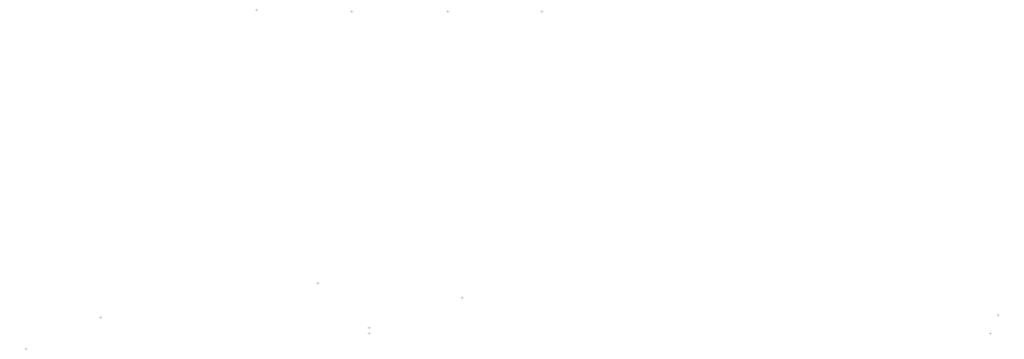
<source format=gbr>
%TF.GenerationSoftware,Altium Limited,Altium Designer,21.6.4 (81)*%
G04 Layer_Color=16711935*
%FSLAX43Y43*%
%MOMM*%
%TF.SameCoordinates,D4C572C6-D0EE-4933-9396-1D80D03FA8BE*%
%TF.FilePolarity,Positive*%
%TF.FileFunction,Other,Bottom_Component_Center*%
%TF.Part,Single*%
G01*
G75*
%TA.AperFunction,NonConductor*%
%ADD144C,0.100*%
D144*
X183275Y33475D02*
X184275D01*
X183775Y32975D02*
Y33975D01*
X412173Y16360D02*
X413173D01*
X412673Y15860D02*
Y16860D01*
X109387Y21813D02*
X110387D01*
X109887Y21313D02*
Y22313D01*
X415239Y22136D02*
Y23136D01*
X414739Y22636D02*
X415739D01*
X201225Y17825D02*
Y18825D01*
X200725Y18325D02*
X201725D01*
X201225Y15900D02*
Y16900D01*
X200725Y16400D02*
X201725D01*
X259975Y125500D02*
Y126500D01*
X259475Y126000D02*
X260475D01*
X195275Y125500D02*
Y126500D01*
X194775Y126000D02*
X195775D01*
X162500Y126500D02*
X163500D01*
X163000Y126000D02*
Y127000D01*
X227475Y126000D02*
X228475D01*
X227975Y125500D02*
Y126500D01*
X232425Y28600D02*
X233425D01*
X232925Y28100D02*
Y29100D01*
X84025Y11125D02*
X85025D01*
X84525Y10625D02*
Y11625D01*
%TF.MD5,ea0a4a77d4fbec4ae7b0ad7942675504*%
M02*

</source>
